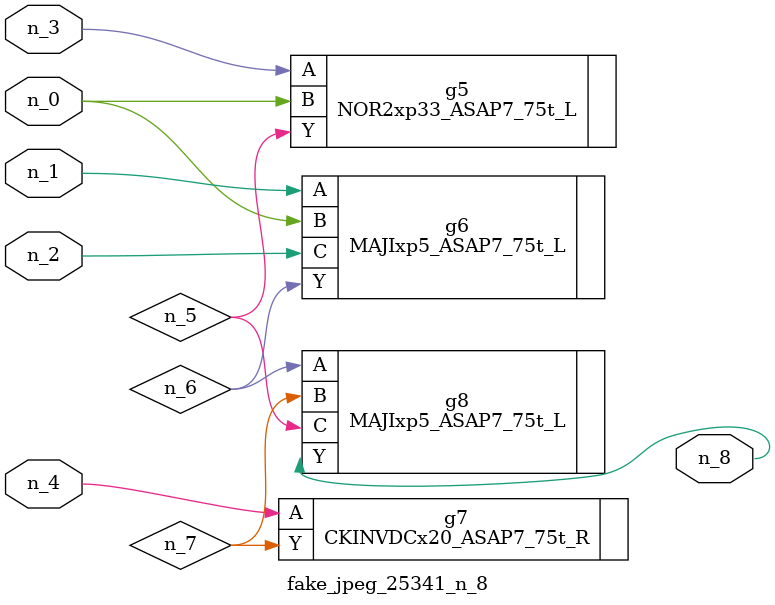
<source format=v>
module fake_jpeg_25341_n_8 (n_3, n_2, n_1, n_0, n_4, n_8);

input n_3;
input n_2;
input n_1;
input n_0;
input n_4;

output n_8;

wire n_6;
wire n_5;
wire n_7;

NOR2xp33_ASAP7_75t_L g5 ( 
.A(n_3),
.B(n_0),
.Y(n_5)
);

MAJIxp5_ASAP7_75t_L g6 ( 
.A(n_1),
.B(n_0),
.C(n_2),
.Y(n_6)
);

CKINVDCx20_ASAP7_75t_R g7 ( 
.A(n_4),
.Y(n_7)
);

MAJIxp5_ASAP7_75t_L g8 ( 
.A(n_6),
.B(n_7),
.C(n_5),
.Y(n_8)
);


endmodule
</source>
